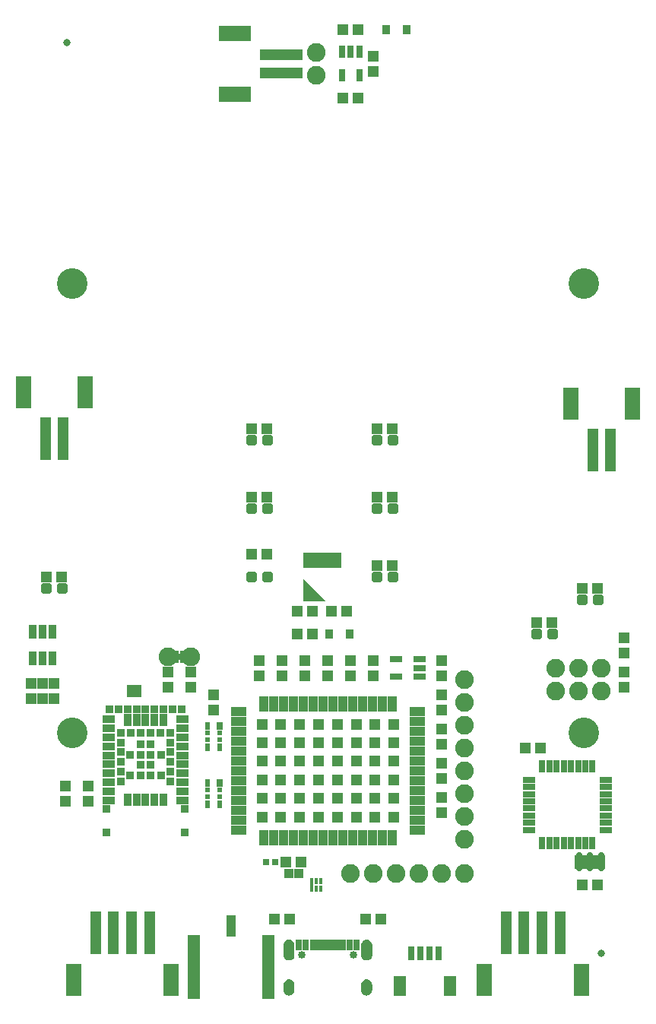
<source format=gts>
G04 EAGLE Gerber RS-274X export*
G75*
%MOMM*%
%FSLAX34Y34*%
%LPD*%
%INSoldermask Top*%
%IPPOS*%
%AMOC8*
5,1,8,0,0,1.08239X$1,22.5*%
G01*
%ADD10C,0.838200*%
%ADD11R,1.403200X2.203200*%
%ADD12R,0.803200X1.553200*%
%ADD13R,1.303200X1.203200*%
%ADD14R,4.200000X1.700000*%
%ADD15C,0.505344*%
%ADD16R,0.833200X1.033200*%
%ADD17R,1.203200X1.303200*%
%ADD18R,1.403200X0.753200*%
%ADD19R,1.053200X1.103200*%
%ADD20R,0.803200X0.803200*%
%ADD21R,1.053200X1.723200*%
%ADD22R,1.723200X1.053200*%
%ADD23R,1.303200X1.303200*%
%ADD24R,0.503200X1.203200*%
%ADD25R,0.803200X1.203200*%
%ADD26C,0.853200*%
%ADD27R,0.453200X0.813200*%
%ADD28R,0.453200X0.763200*%
%ADD29R,1.353200X7.203200*%
%ADD30R,1.103200X2.403200*%
%ADD31R,0.620000X0.840000*%
%ADD32R,0.620000X0.560000*%
%ADD33R,0.640000X0.840000*%
%ADD34C,3.403600*%
%ADD35R,1.203200X4.803200*%
%ADD36R,1.803200X3.603200*%
%ADD37C,0.653200*%
%ADD38R,3.495038X1.534156*%
%ADD39R,0.762000X1.473200*%
%ADD40R,1.473200X0.762000*%
%ADD41C,2.082800*%
%ADD42R,0.753200X1.403200*%
%ADD43R,4.803200X1.203200*%
%ADD44R,3.603200X1.803200*%
%ADD45R,0.838200X1.473200*%
%ADD46R,1.353200X0.903200*%
%ADD47R,0.903200X1.353200*%
%ADD48R,0.903200X0.903200*%
%ADD49R,0.903200X1.503200*%

G36*
X352842Y442863D02*
X352842Y442863D01*
X352886Y442866D01*
X352908Y442882D01*
X352934Y442890D01*
X352963Y442923D01*
X352998Y442949D01*
X353008Y442975D01*
X353026Y442995D01*
X353033Y443039D01*
X353048Y443079D01*
X353043Y443106D01*
X353047Y443133D01*
X353029Y443174D01*
X353020Y443216D01*
X352994Y443252D01*
X352990Y443261D01*
X352985Y443265D01*
X352976Y443276D01*
X328976Y467276D01*
X328938Y467297D01*
X328905Y467326D01*
X328878Y467330D01*
X328854Y467343D01*
X328810Y467340D01*
X328767Y467347D01*
X328742Y467336D01*
X328714Y467334D01*
X328679Y467308D01*
X328639Y467290D01*
X328624Y467267D01*
X328602Y467251D01*
X328586Y467210D01*
X328562Y467174D01*
X328555Y467130D01*
X328552Y467121D01*
X328553Y467114D01*
X328551Y467100D01*
X328551Y443100D01*
X328556Y443084D01*
X328553Y443067D01*
X328575Y443017D01*
X328590Y442966D01*
X328603Y442955D01*
X328610Y442939D01*
X328655Y442909D01*
X328695Y442874D01*
X328712Y442871D01*
X328727Y442862D01*
X328800Y442851D01*
X352800Y442851D01*
X352842Y442863D01*
G37*
G36*
X400084Y42883D02*
X400084Y42883D01*
X400090Y42889D01*
X400095Y42885D01*
X401325Y43250D01*
X401330Y43257D01*
X401335Y43255D01*
X402454Y43885D01*
X402457Y43892D01*
X402463Y43891D01*
X403413Y44754D01*
X403414Y44762D01*
X403420Y44762D01*
X404154Y45815D01*
X404154Y45823D01*
X404159Y45825D01*
X404641Y47015D01*
X404639Y47020D01*
X404643Y47023D01*
X404642Y47024D01*
X404644Y47025D01*
X404849Y48292D01*
X404846Y48297D01*
X404849Y48300D01*
X404849Y60300D01*
X404846Y60304D01*
X404849Y60307D01*
X404694Y61429D01*
X404689Y61434D01*
X404692Y61438D01*
X404321Y62509D01*
X404315Y62513D01*
X404317Y62518D01*
X403744Y63495D01*
X403738Y63498D01*
X403739Y63503D01*
X402986Y64350D01*
X402979Y64352D01*
X402979Y64357D01*
X402076Y65041D01*
X402069Y65041D01*
X402068Y65046D01*
X401049Y65541D01*
X401042Y65539D01*
X401040Y65544D01*
X399943Y65831D01*
X399937Y65828D01*
X399934Y65832D01*
X398803Y65899D01*
X398797Y65899D01*
X397666Y65832D01*
X397661Y65827D01*
X397657Y65831D01*
X396560Y65544D01*
X396556Y65538D01*
X396551Y65541D01*
X395532Y65046D01*
X395529Y65040D01*
X395524Y65041D01*
X394621Y64357D01*
X394619Y64350D01*
X394614Y64350D01*
X393861Y63503D01*
X393861Y63496D01*
X393856Y63495D01*
X393283Y62518D01*
X393284Y62515D01*
X393283Y62514D01*
X393284Y62513D01*
X393284Y62511D01*
X393279Y62509D01*
X392908Y61438D01*
X392910Y61433D01*
X392907Y61431D01*
X392907Y61430D01*
X392906Y61429D01*
X392751Y60307D01*
X392754Y60302D01*
X392751Y60300D01*
X392751Y48300D01*
X392754Y48295D01*
X392751Y48292D01*
X392956Y47025D01*
X392962Y47019D01*
X392959Y47015D01*
X393441Y45825D01*
X393448Y45821D01*
X393446Y45815D01*
X394180Y44762D01*
X394188Y44760D01*
X394187Y44754D01*
X395137Y43891D01*
X395146Y43890D01*
X395146Y43885D01*
X396265Y43255D01*
X396273Y43256D01*
X396275Y43250D01*
X397505Y42885D01*
X397513Y42888D01*
X397516Y42883D01*
X398797Y42801D01*
X398801Y42804D01*
X398803Y42801D01*
X400084Y42883D01*
G37*
G36*
X313684Y42883D02*
X313684Y42883D01*
X313690Y42889D01*
X313695Y42885D01*
X314925Y43250D01*
X314930Y43257D01*
X314935Y43255D01*
X316054Y43885D01*
X316057Y43892D01*
X316063Y43891D01*
X317013Y44754D01*
X317014Y44762D01*
X317020Y44762D01*
X317754Y45815D01*
X317754Y45823D01*
X317759Y45825D01*
X318241Y47015D01*
X318239Y47020D01*
X318243Y47023D01*
X318242Y47024D01*
X318244Y47025D01*
X318449Y48292D01*
X318446Y48297D01*
X318449Y48300D01*
X318449Y60300D01*
X318446Y60304D01*
X318449Y60307D01*
X318294Y61429D01*
X318289Y61434D01*
X318292Y61438D01*
X317921Y62509D01*
X317915Y62513D01*
X317917Y62518D01*
X317344Y63495D01*
X317338Y63498D01*
X317339Y63503D01*
X316586Y64350D01*
X316579Y64352D01*
X316579Y64357D01*
X315676Y65041D01*
X315669Y65041D01*
X315668Y65046D01*
X314649Y65541D01*
X314642Y65539D01*
X314640Y65544D01*
X313543Y65831D01*
X313537Y65828D01*
X313534Y65832D01*
X312403Y65899D01*
X312397Y65899D01*
X311266Y65832D01*
X311261Y65827D01*
X311257Y65831D01*
X310160Y65544D01*
X310156Y65538D01*
X310151Y65541D01*
X309132Y65046D01*
X309129Y65040D01*
X309124Y65041D01*
X308221Y64357D01*
X308219Y64350D01*
X308214Y64350D01*
X307461Y63503D01*
X307461Y63496D01*
X307456Y63495D01*
X306883Y62518D01*
X306884Y62515D01*
X306883Y62514D01*
X306884Y62513D01*
X306884Y62511D01*
X306879Y62509D01*
X306508Y61438D01*
X306510Y61433D01*
X306507Y61431D01*
X306507Y61430D01*
X306506Y61429D01*
X306351Y60307D01*
X306354Y60302D01*
X306351Y60300D01*
X306351Y48300D01*
X306354Y48295D01*
X306351Y48292D01*
X306556Y47025D01*
X306562Y47019D01*
X306559Y47015D01*
X307041Y45825D01*
X307048Y45821D01*
X307046Y45815D01*
X307780Y44762D01*
X307788Y44760D01*
X307787Y44754D01*
X308737Y43891D01*
X308746Y43890D01*
X308746Y43885D01*
X309865Y43255D01*
X309873Y43256D01*
X309875Y43250D01*
X311105Y42885D01*
X311113Y42888D01*
X311116Y42883D01*
X312397Y42801D01*
X312401Y42804D01*
X312403Y42801D01*
X313684Y42883D01*
G37*
G36*
X313571Y3611D02*
X313571Y3611D01*
X313576Y3616D01*
X313580Y3613D01*
X314703Y3948D01*
X314707Y3954D01*
X314711Y3952D01*
X315747Y4500D01*
X315750Y4506D01*
X315755Y4505D01*
X316663Y5244D01*
X316665Y5251D01*
X316670Y5251D01*
X317417Y6153D01*
X317417Y6161D01*
X317423Y6161D01*
X317979Y7192D01*
X317978Y7199D01*
X317983Y7201D01*
X318327Y8320D01*
X318325Y8327D01*
X318329Y8330D01*
X318449Y9495D01*
X318447Y9498D01*
X318449Y9500D01*
X318449Y15500D01*
X318447Y15503D01*
X318449Y15505D01*
X318338Y16681D01*
X318333Y16686D01*
X318336Y16690D01*
X317998Y17822D01*
X317992Y17826D01*
X317994Y17831D01*
X317442Y18875D01*
X317435Y18878D01*
X317437Y18883D01*
X316691Y19799D01*
X316684Y19800D01*
X316684Y19806D01*
X315775Y20559D01*
X315767Y20559D01*
X315767Y20564D01*
X314727Y21125D01*
X314720Y21124D01*
X314718Y21129D01*
X313589Y21476D01*
X313583Y21474D01*
X313580Y21478D01*
X312405Y21599D01*
X312398Y21595D01*
X312394Y21599D01*
X311054Y21442D01*
X311048Y21437D01*
X311043Y21440D01*
X309772Y20989D01*
X309767Y20982D01*
X309762Y20984D01*
X308623Y20262D01*
X308620Y20254D01*
X308614Y20255D01*
X307664Y19297D01*
X307663Y19289D01*
X307657Y19288D01*
X306944Y18143D01*
X306945Y18135D01*
X306939Y18133D01*
X306499Y16857D01*
X306501Y16850D01*
X306497Y16847D01*
X306351Y15505D01*
X306353Y15502D01*
X306351Y15500D01*
X306351Y9500D01*
X306353Y9497D01*
X306351Y9494D01*
X306506Y8165D01*
X306512Y8159D01*
X306509Y8155D01*
X306956Y6894D01*
X306963Y6889D01*
X306961Y6884D01*
X307678Y5754D01*
X307685Y5751D01*
X307684Y5745D01*
X308635Y4803D01*
X308643Y4802D01*
X308643Y4796D01*
X309779Y4089D01*
X309787Y4090D01*
X309789Y4084D01*
X311054Y3648D01*
X311059Y3649D01*
X311060Y3649D01*
X311063Y3649D01*
X311065Y3645D01*
X312395Y3501D01*
X312401Y3505D01*
X312405Y3501D01*
X313571Y3611D01*
G37*
G36*
X399971Y3611D02*
X399971Y3611D01*
X399976Y3616D01*
X399980Y3613D01*
X401103Y3948D01*
X401107Y3954D01*
X401111Y3952D01*
X402147Y4500D01*
X402150Y4506D01*
X402155Y4505D01*
X403063Y5244D01*
X403065Y5251D01*
X403070Y5251D01*
X403817Y6153D01*
X403817Y6161D01*
X403823Y6161D01*
X404379Y7192D01*
X404378Y7199D01*
X404383Y7201D01*
X404727Y8320D01*
X404725Y8327D01*
X404729Y8330D01*
X404849Y9495D01*
X404847Y9498D01*
X404849Y9500D01*
X404849Y15500D01*
X404847Y15503D01*
X404849Y15505D01*
X404738Y16681D01*
X404733Y16686D01*
X404736Y16690D01*
X404398Y17822D01*
X404392Y17826D01*
X404394Y17831D01*
X403842Y18875D01*
X403835Y18878D01*
X403837Y18883D01*
X403091Y19799D01*
X403084Y19800D01*
X403084Y19806D01*
X402175Y20559D01*
X402167Y20559D01*
X402167Y20564D01*
X401127Y21125D01*
X401120Y21124D01*
X401118Y21129D01*
X399989Y21476D01*
X399983Y21474D01*
X399980Y21478D01*
X398805Y21599D01*
X398798Y21595D01*
X398794Y21599D01*
X397454Y21442D01*
X397448Y21437D01*
X397443Y21440D01*
X396172Y20989D01*
X396167Y20982D01*
X396162Y20984D01*
X395023Y20262D01*
X395020Y20254D01*
X395014Y20255D01*
X394064Y19297D01*
X394063Y19289D01*
X394057Y19288D01*
X393344Y18143D01*
X393345Y18135D01*
X393339Y18133D01*
X392899Y16857D01*
X392901Y16850D01*
X392897Y16847D01*
X392751Y15505D01*
X392753Y15502D01*
X392751Y15500D01*
X392751Y9500D01*
X392753Y9497D01*
X392751Y9494D01*
X392906Y8165D01*
X392912Y8159D01*
X392909Y8155D01*
X393356Y6894D01*
X393363Y6889D01*
X393361Y6884D01*
X394078Y5754D01*
X394085Y5751D01*
X394084Y5745D01*
X395035Y4803D01*
X395043Y4802D01*
X395043Y4796D01*
X396179Y4089D01*
X396187Y4090D01*
X396189Y4084D01*
X397454Y3648D01*
X397459Y3649D01*
X397460Y3649D01*
X397463Y3649D01*
X397465Y3645D01*
X398795Y3501D01*
X398801Y3505D01*
X398805Y3501D01*
X399971Y3611D01*
G37*
G36*
X192470Y377583D02*
X192470Y377583D01*
X192536Y377585D01*
X192579Y377603D01*
X192626Y377611D01*
X192683Y377645D01*
X192743Y377670D01*
X192778Y377701D01*
X192819Y377726D01*
X192861Y377777D01*
X192909Y377821D01*
X192931Y377863D01*
X192960Y377900D01*
X192981Y377962D01*
X193012Y378021D01*
X193020Y378075D01*
X193032Y378112D01*
X193031Y378152D01*
X193039Y378206D01*
X193039Y383794D01*
X193028Y383859D01*
X193026Y383925D01*
X193008Y383968D01*
X193000Y384015D01*
X192966Y384072D01*
X192941Y384132D01*
X192910Y384167D01*
X192885Y384208D01*
X192834Y384250D01*
X192790Y384298D01*
X192748Y384320D01*
X192711Y384349D01*
X192649Y384370D01*
X192590Y384401D01*
X192536Y384409D01*
X192499Y384421D01*
X192459Y384420D01*
X192405Y384428D01*
X188595Y384428D01*
X188530Y384417D01*
X188464Y384415D01*
X188421Y384397D01*
X188374Y384389D01*
X188317Y384355D01*
X188257Y384330D01*
X188222Y384299D01*
X188181Y384274D01*
X188140Y384223D01*
X188091Y384179D01*
X188069Y384137D01*
X188040Y384100D01*
X188019Y384038D01*
X187988Y383979D01*
X187980Y383925D01*
X187968Y383888D01*
X187969Y383848D01*
X187961Y383794D01*
X187961Y378206D01*
X187972Y378141D01*
X187974Y378075D01*
X187992Y378032D01*
X188000Y377985D01*
X188034Y377928D01*
X188059Y377868D01*
X188090Y377833D01*
X188115Y377792D01*
X188166Y377751D01*
X188210Y377702D01*
X188252Y377680D01*
X188289Y377651D01*
X188351Y377630D01*
X188410Y377599D01*
X188464Y377591D01*
X188501Y377579D01*
X188541Y377580D01*
X188595Y377572D01*
X192405Y377572D01*
X192470Y377583D01*
G37*
D10*
X660400Y50800D03*
X65300Y1065000D03*
D11*
X435550Y14050D03*
X491550Y14050D03*
D12*
X448550Y50800D03*
X458550Y50800D03*
X468550Y50800D03*
X478550Y50800D03*
D13*
X321700Y431800D03*
X338700Y431800D03*
D14*
X349600Y488400D03*
D15*
X284680Y618810D02*
X284680Y625790D01*
X291660Y625790D01*
X291660Y618810D01*
X284680Y618810D01*
X284680Y623610D02*
X291660Y623610D01*
X267140Y625790D02*
X267140Y618810D01*
X267140Y625790D02*
X274120Y625790D01*
X274120Y618810D01*
X267140Y618810D01*
X267140Y623610D02*
X274120Y623610D01*
D16*
X356800Y406400D03*
X379800Y406400D03*
D13*
X321700Y406400D03*
X338700Y406400D03*
X287900Y635000D03*
X270900Y635000D03*
D17*
X381000Y359800D03*
X381000Y376800D03*
X355600Y376800D03*
X355600Y359800D03*
D15*
X652980Y441010D02*
X652980Y447990D01*
X659960Y447990D01*
X659960Y441010D01*
X652980Y441010D01*
X652980Y445810D02*
X659960Y445810D01*
X635440Y447990D02*
X635440Y441010D01*
X635440Y447990D02*
X642420Y447990D01*
X642420Y441010D01*
X635440Y441010D01*
X635440Y445810D02*
X642420Y445810D01*
D13*
X656200Y457200D03*
X639200Y457200D03*
D18*
X457501Y358800D03*
X457501Y368300D03*
X457501Y377800D03*
X431499Y377800D03*
X431499Y358800D03*
D17*
X482600Y359800D03*
X482600Y376800D03*
X279400Y376800D03*
X279400Y359800D03*
X304800Y376800D03*
X304800Y359800D03*
D15*
X284680Y542610D02*
X284680Y549590D01*
X291660Y549590D01*
X291660Y542610D01*
X284680Y542610D01*
X284680Y547410D02*
X291660Y547410D01*
X267140Y549590D02*
X267140Y542610D01*
X267140Y549590D02*
X274120Y549590D01*
X274120Y542610D01*
X267140Y542610D01*
X267140Y547410D02*
X274120Y547410D01*
D13*
X287900Y558800D03*
X270900Y558800D03*
D15*
X284680Y473390D02*
X284680Y466410D01*
X284680Y473390D02*
X291660Y473390D01*
X291660Y466410D01*
X284680Y466410D01*
X284680Y471210D02*
X291660Y471210D01*
X267140Y473390D02*
X267140Y466410D01*
X267140Y473390D02*
X274120Y473390D01*
X274120Y466410D01*
X267140Y466410D01*
X267140Y471210D02*
X274120Y471210D01*
D13*
X287900Y495300D03*
X270900Y495300D03*
D19*
X311700Y139700D03*
X323300Y139700D03*
D13*
X309000Y152400D03*
X326000Y152400D03*
D17*
X330200Y376800D03*
X330200Y359800D03*
D20*
X287100Y152400D03*
X297100Y152400D03*
D21*
X284100Y179500D03*
X295100Y179500D03*
X306100Y179500D03*
X317100Y179500D03*
X328100Y179500D03*
X339100Y179500D03*
X350100Y179500D03*
X361100Y179500D03*
X372100Y179500D03*
X383100Y179500D03*
X394100Y179500D03*
X405100Y179500D03*
X416100Y179500D03*
X427100Y179500D03*
D22*
X455100Y188000D03*
X455100Y199000D03*
X455100Y210000D03*
X455100Y221000D03*
X455100Y232000D03*
X455100Y243000D03*
X455100Y254000D03*
X455100Y265000D03*
X455100Y276000D03*
X455100Y287000D03*
X455100Y298000D03*
X455100Y309000D03*
X455100Y320000D03*
D21*
X427100Y328500D03*
X416100Y328500D03*
X405100Y328500D03*
X394100Y328500D03*
X383100Y328500D03*
X372100Y328500D03*
X361100Y328500D03*
X350100Y328500D03*
X339100Y328500D03*
X328100Y328500D03*
X317100Y328500D03*
X306100Y328500D03*
X295100Y328500D03*
X284100Y328500D03*
D22*
X256100Y320000D03*
X256100Y309000D03*
X256100Y298000D03*
X256100Y287000D03*
X256100Y276000D03*
X256100Y265000D03*
X256100Y254000D03*
X256100Y243000D03*
X256100Y232000D03*
X256100Y221000D03*
X256100Y210000D03*
X256100Y199000D03*
X256100Y188000D03*
D23*
X345100Y243500D03*
X324100Y243500D03*
X303100Y243500D03*
X282100Y243500D03*
X345100Y223000D03*
X324100Y223000D03*
X303100Y223000D03*
X282100Y223000D03*
X345100Y202500D03*
X324100Y202500D03*
X303100Y202500D03*
X282100Y202500D03*
X345100Y305500D03*
X324100Y305500D03*
X303100Y305500D03*
X282100Y305500D03*
X345100Y285000D03*
X324100Y285000D03*
X303100Y285000D03*
X282100Y285000D03*
X345100Y264500D03*
X324100Y264500D03*
X303100Y264500D03*
X282100Y264500D03*
X366100Y264500D03*
X387100Y264500D03*
X408100Y264500D03*
X429100Y264500D03*
X366100Y285000D03*
X387100Y285000D03*
X408100Y285000D03*
X429100Y285000D03*
X366100Y305500D03*
X387100Y305500D03*
X408100Y305500D03*
X429100Y305500D03*
X366100Y202500D03*
X387100Y202500D03*
X408100Y202500D03*
X429100Y202500D03*
X366100Y223000D03*
X387100Y223000D03*
X408100Y223000D03*
X429100Y223000D03*
X366100Y243500D03*
X387100Y243500D03*
X408100Y243500D03*
X429100Y243500D03*
D13*
X414900Y88900D03*
X397900Y88900D03*
X296300Y88900D03*
X313300Y88900D03*
D24*
X363100Y60100D03*
X358100Y60100D03*
D25*
X387850Y60100D03*
X380100Y60100D03*
D24*
X373100Y60100D03*
X368100Y60100D03*
X348100Y60100D03*
X353100Y60100D03*
D25*
X323350Y60100D03*
X331100Y60100D03*
D24*
X338100Y60100D03*
X343100Y60100D03*
D26*
X326700Y49050D03*
X384500Y49050D03*
D17*
X406400Y359800D03*
X406400Y376800D03*
D13*
X359800Y431800D03*
X376800Y431800D03*
D27*
X337900Y122950D03*
D28*
X342900Y122700D03*
X347900Y122700D03*
X347900Y131300D03*
X342900Y131300D03*
X337900Y131300D03*
D29*
X289050Y35000D03*
D30*
X247650Y81000D03*
D29*
X206250Y35000D03*
D31*
X221700Y280100D03*
D32*
X221700Y288100D03*
X221700Y296100D03*
D31*
X234900Y280100D03*
D32*
X234900Y288100D03*
X234900Y296100D03*
D33*
X234800Y304100D03*
D31*
X221700Y304100D03*
X221700Y216600D03*
D32*
X221700Y224600D03*
X221700Y232600D03*
D31*
X234900Y216600D03*
D32*
X234900Y224600D03*
X234900Y232600D03*
D33*
X234800Y240600D03*
D31*
X221700Y240600D03*
D17*
X228600Y321700D03*
X228600Y338700D03*
X482600Y338700D03*
X482600Y321700D03*
X482600Y300600D03*
X482600Y283600D03*
X482600Y245500D03*
X482600Y262500D03*
X482600Y224400D03*
X482600Y207400D03*
D34*
X70612Y296037D03*
X70612Y796163D03*
X640588Y796163D03*
X640588Y296037D03*
D35*
X614100Y73100D03*
X554100Y73100D03*
D36*
X638100Y21100D03*
X530100Y21100D03*
D35*
X574100Y73100D03*
X594100Y73100D03*
X156900Y73100D03*
X96900Y73100D03*
D36*
X180900Y21100D03*
X72900Y21100D03*
D35*
X116900Y73100D03*
X136900Y73100D03*
D17*
X685800Y347100D03*
X685800Y364100D03*
D13*
X656200Y127000D03*
X639200Y127000D03*
X59300Y469900D03*
X42300Y469900D03*
D15*
X56080Y460690D02*
X56080Y453710D01*
X56080Y460690D02*
X63060Y460690D01*
X63060Y453710D01*
X56080Y453710D01*
X56080Y458510D02*
X63060Y458510D01*
X38540Y460690D02*
X38540Y453710D01*
X38540Y460690D02*
X45520Y460690D01*
X45520Y453710D01*
X38540Y453710D01*
X38540Y458510D02*
X45520Y458510D01*
D37*
X659700Y159675D02*
X659700Y145125D01*
X647700Y145125D02*
X647700Y159675D01*
X635700Y159675D02*
X635700Y145125D01*
D38*
X647725Y152425D03*
D17*
X685800Y385200D03*
X685800Y402200D03*
D39*
X594300Y172974D03*
X602300Y172974D03*
X610300Y172974D03*
X618300Y172974D03*
X626300Y172974D03*
X634300Y172974D03*
X642300Y172974D03*
X650300Y172974D03*
D40*
X665226Y187900D03*
X665226Y195900D03*
X665226Y203900D03*
X665226Y211900D03*
X665226Y219900D03*
X665226Y227900D03*
X665226Y235900D03*
X665226Y243900D03*
D39*
X650300Y258826D03*
X642300Y258826D03*
X634300Y258826D03*
X626300Y258826D03*
X618300Y258826D03*
X610300Y258826D03*
X602300Y258826D03*
X594300Y258826D03*
D40*
X579374Y243900D03*
X579374Y235900D03*
X579374Y227900D03*
X579374Y219900D03*
X579374Y211900D03*
X579374Y203900D03*
X579374Y195900D03*
X579374Y187900D03*
D41*
X609600Y342900D03*
X609600Y368300D03*
X635000Y342900D03*
X635000Y368300D03*
X660400Y342900D03*
X660400Y368300D03*
D13*
X592700Y279400D03*
X575700Y279400D03*
D41*
X381000Y139700D03*
X406400Y139700D03*
X431800Y139700D03*
X457200Y139700D03*
X482600Y139700D03*
X508000Y139700D03*
D35*
X650400Y610700D03*
X670400Y610700D03*
D36*
X626400Y662700D03*
X694400Y662700D03*
D42*
X390500Y1054401D03*
X381000Y1054401D03*
X371500Y1054401D03*
X371500Y1028399D03*
X390500Y1028399D03*
D17*
X406400Y1049900D03*
X406400Y1032900D03*
D13*
X372500Y1079500D03*
X389500Y1079500D03*
X372500Y1003300D03*
X389500Y1003300D03*
D15*
X591620Y409890D02*
X591620Y402910D01*
X584640Y402910D01*
X584640Y409890D01*
X591620Y409890D01*
X591620Y407710D02*
X584640Y407710D01*
X609160Y409890D02*
X609160Y402910D01*
X602180Y402910D01*
X602180Y409890D01*
X609160Y409890D01*
X609160Y407710D02*
X602180Y407710D01*
D13*
X605400Y419100D03*
X588400Y419100D03*
D43*
X303700Y1031400D03*
X303700Y1051400D03*
D44*
X251700Y1007400D03*
X251700Y1075400D03*
D41*
X342900Y1054100D03*
X342900Y1028700D03*
D16*
X443300Y1079500D03*
X420300Y1079500D03*
D17*
X63500Y220100D03*
X63500Y237100D03*
X203200Y364100D03*
X203200Y347100D03*
X88900Y220100D03*
X88900Y237100D03*
X38100Y334400D03*
X38100Y351400D03*
X50800Y334400D03*
X50800Y351400D03*
X25400Y334400D03*
X25400Y351400D03*
D45*
X135636Y342900D03*
X143764Y342900D03*
D46*
X111150Y311000D03*
X111150Y301000D03*
X111150Y291000D03*
X111150Y281000D03*
X111150Y271000D03*
X111150Y261000D03*
X111150Y251000D03*
X111150Y241000D03*
X111150Y231000D03*
X111150Y221000D03*
D47*
X132400Y221750D03*
X142400Y221750D03*
X152400Y221750D03*
X162400Y221750D03*
X172400Y221750D03*
D46*
X193650Y221000D03*
X193650Y231000D03*
X193650Y241000D03*
X193650Y251000D03*
X193650Y261000D03*
X193650Y271000D03*
X193650Y281000D03*
X193650Y291000D03*
X193650Y301000D03*
X193650Y311000D03*
D47*
X172400Y310250D03*
X162400Y310250D03*
X152400Y310250D03*
X142400Y310250D03*
X132400Y310250D03*
D48*
X124900Y296500D03*
X124900Y285500D03*
X124900Y274500D03*
X124900Y263500D03*
X124900Y252500D03*
X124900Y241500D03*
X179900Y241500D03*
X179900Y252500D03*
X179900Y263500D03*
X179900Y274500D03*
X179900Y285500D03*
X179900Y296500D03*
X168900Y296500D03*
X157900Y296500D03*
X146900Y296500D03*
X135900Y296500D03*
X192400Y322500D03*
X182400Y322500D03*
X172400Y322500D03*
X162400Y322500D03*
X152400Y322500D03*
X142400Y322500D03*
X132400Y322500D03*
X122400Y322500D03*
X112400Y322500D03*
X135150Y248750D03*
X146650Y248750D03*
X158150Y248750D03*
X169650Y248750D03*
X146650Y260250D03*
X158150Y260250D03*
X135150Y271750D03*
X146650Y271750D03*
X158150Y271750D03*
X169650Y271750D03*
X146650Y283250D03*
X158150Y283250D03*
X108900Y211000D03*
X108900Y185500D03*
X195900Y185500D03*
X195900Y211000D03*
D49*
X27100Y378950D03*
X38100Y378950D03*
X49100Y378950D03*
X49100Y408450D03*
X38100Y408450D03*
X27100Y408450D03*
D17*
X177800Y347100D03*
X177800Y364100D03*
D45*
X195580Y381000D03*
X185420Y381000D03*
D41*
X203200Y381000D03*
X177800Y381000D03*
D13*
X410600Y635000D03*
X427600Y635000D03*
D15*
X424380Y625790D02*
X424380Y618810D01*
X424380Y625790D02*
X431360Y625790D01*
X431360Y618810D01*
X424380Y618810D01*
X424380Y623610D02*
X431360Y623610D01*
X406840Y625790D02*
X406840Y618810D01*
X406840Y625790D02*
X413820Y625790D01*
X413820Y618810D01*
X406840Y618810D01*
X406840Y623610D02*
X413820Y623610D01*
D13*
X410600Y558800D03*
X427600Y558800D03*
D15*
X424380Y549590D02*
X424380Y542610D01*
X424380Y549590D02*
X431360Y549590D01*
X431360Y542610D01*
X424380Y542610D01*
X424380Y547410D02*
X431360Y547410D01*
X406840Y549590D02*
X406840Y542610D01*
X406840Y549590D02*
X413820Y549590D01*
X413820Y542610D01*
X406840Y542610D01*
X406840Y547410D02*
X413820Y547410D01*
D13*
X410600Y482600D03*
X427600Y482600D03*
D15*
X424380Y473390D02*
X424380Y466410D01*
X424380Y473390D02*
X431360Y473390D01*
X431360Y466410D01*
X424380Y466410D01*
X424380Y471210D02*
X431360Y471210D01*
X406840Y473390D02*
X406840Y466410D01*
X406840Y473390D02*
X413820Y473390D01*
X413820Y466410D01*
X406840Y466410D01*
X406840Y471210D02*
X413820Y471210D01*
D41*
X508000Y177800D03*
X508000Y203200D03*
X508000Y228600D03*
X508000Y254000D03*
X508000Y279400D03*
X508000Y304800D03*
X508000Y330200D03*
X508000Y355600D03*
D35*
X40800Y623400D03*
X60800Y623400D03*
D36*
X16800Y675400D03*
X84800Y675400D03*
M02*

</source>
